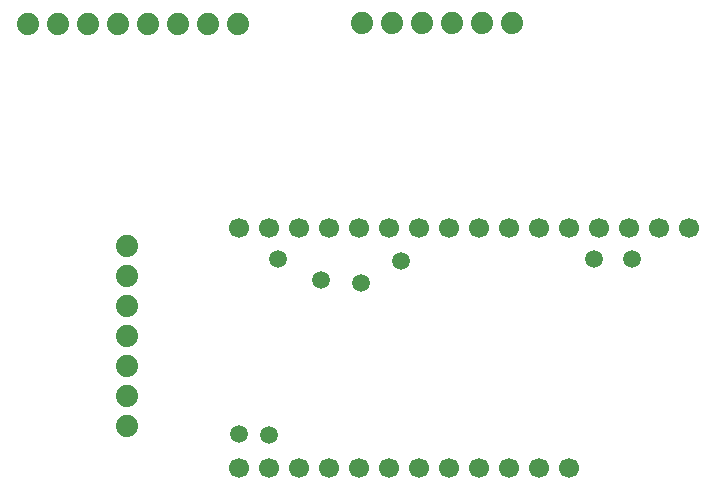
<source format=gbr>
%TF.GenerationSoftware,KiCad,Pcbnew,9.0.7*%
%TF.CreationDate,2026-02-04T09:14:49-08:00*%
%TF.ProjectId,BasicDatalogger,42617369-6344-4617-9461-6c6f67676572,rev?*%
%TF.SameCoordinates,Original*%
%TF.FileFunction,Soldermask,Bot*%
%TF.FilePolarity,Negative*%
%FSLAX46Y46*%
G04 Gerber Fmt 4.6, Leading zero omitted, Abs format (unit mm)*
G04 Created by KiCad (PCBNEW 9.0.7) date 2026-02-04 09:14:49*
%MOMM*%
%LPD*%
G01*
G04 APERTURE LIST*
%ADD10C,1.700000*%
%ADD11C,1.879600*%
%ADD12C,1.500000*%
G04 APERTURE END LIST*
D10*
%TO.C,U1*%
X139080000Y-50000000D03*
X136540000Y-50000000D03*
X134000000Y-50000000D03*
X131460000Y-50000000D03*
X128920000Y-50000000D03*
X126380000Y-50000000D03*
X123840000Y-50000000D03*
X121300000Y-50000000D03*
X118760000Y-50000000D03*
X116220000Y-50000000D03*
X113680000Y-50000000D03*
X111140000Y-50000000D03*
X108600000Y-50000000D03*
X106060000Y-50000000D03*
X103520000Y-50000000D03*
X100980000Y-50000000D03*
X100980000Y-70320000D03*
X103520000Y-70320000D03*
X106060000Y-70320000D03*
X108600000Y-70320000D03*
X111140000Y-70320000D03*
X113680000Y-70320000D03*
X116220000Y-70320000D03*
X118760000Y-70320000D03*
X121300000Y-70320000D03*
X123840000Y-70320000D03*
X126380000Y-70320000D03*
X128920000Y-70320000D03*
%TD*%
D11*
%TO.C,U2*%
X100890000Y-32700000D03*
X98350000Y-32700000D03*
X95810000Y-32700000D03*
X93270000Y-32700000D03*
X90730000Y-32700000D03*
X88190000Y-32700000D03*
X85650000Y-32700000D03*
X83110000Y-32700000D03*
%TD*%
%TO.C,U4*%
X91450000Y-66720000D03*
X91450000Y-64180000D03*
X91450000Y-61640000D03*
X91450000Y-59100000D03*
X91450000Y-56560000D03*
X91450000Y-54020000D03*
X91450000Y-51480000D03*
%TD*%
%TO.C,U3*%
X124100000Y-32600000D03*
X121560000Y-32600000D03*
X119020000Y-32600000D03*
X116480000Y-32600000D03*
X113940000Y-32600000D03*
X111400000Y-32600000D03*
%TD*%
D12*
%TO.C,MO*%
X111300000Y-54600000D03*
%TD*%
%TO.C,MI*%
X107900000Y-54400000D03*
%TD*%
%TO.C,CS*%
X104300000Y-52600000D03*
%TD*%
%TO.C,GND*%
X131000000Y-52600000D03*
%TD*%
%TO.C,SCL*%
X103500000Y-67500000D03*
%TD*%
%TO.C,SCK*%
X114700000Y-52800000D03*
%TD*%
%TO.C,3V3*%
X134200000Y-52600000D03*
%TD*%
%TO.C,SDA*%
X101000000Y-67400000D03*
%TD*%
M02*

</source>
